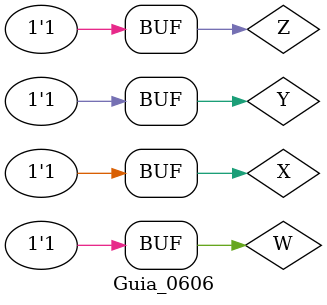
<source format=v>
/*
	806454 - Yago Almeida Melo 
	Guia_0606.v
*/

module expression(output s1, 
input X,
input Y, 
input W,
input Z);

    assign s1 = (~(~Y|W|~X) & ~(Y&~W&X)) | ~((Y&W&z)|~X);
endmodule

module simplified(output s2, 
input X,
input Y, 
input W,
input Z);

    assign s2 = X|Y & X|~Y & ~Y|~W|~Z;
endmodule

module Guia_0606;
// ------------------------- definir dados
	reg X, Y, W, Z;
	wire s1, s2;

    expression EX (s1, X,Y,W,Z);
    simplified SIM (s2,X,Y,W,Z);
	
// ------------------------- parte principal
initial
  begin : main
	$display("Guia_0606 - Yago Almeida Melo - 806454");
	$display("Test module");
    $display("   X    Y    W    Z    s1   s2");
// projetar testes do modulo
	$monitor("%4b %4b %4b %4b %4b %4b", X, Y, W, Z, s1, s2);
	X = 1'b0; Y = 1'b0; W = 1'b0; Z = 1'b0;
	#1
	X = 1'b0; Y = 1'b0; W = 1'b0; Z = 1'b1;
	#1
    X = 1'b0; Y = 1'b0; W = 1'b1; Z = 1'b0;
	#1
    X = 1'b0; Y = 1'b0; W = 1'b1; Z = 1'b1;
	#1
    X = 1'b0; Y = 1'b1; W = 1'b0; Z = 1'b0;
	#1
    X = 1'b0; Y = 1'b1; W = 1'b0; Z = 1'b1;
	#1
    X = 1'b0; Y = 1'b1; W = 1'b1; Z = 1'b0;
	#1
    X = 1'b0; Y = 1'b1; W = 1'b1; Z = 1'b1;
	#1
    X = 1'b1; Y = 1'b0; W = 1'b0; Z = 1'b0;
	#1
    X = 1'b1; Y = 1'b0; W = 1'b0; Z = 1'b1;
	#1
    X = 1'b1; Y = 1'b0; W = 1'b1; Z = 1'b0;
	#1
    X = 1'b1; Y = 1'b0; W = 1'b1; Z = 1'b1;
	#1
    X = 1'b1; Y = 1'b1; W = 1'b0; Z = 1'b0;
	#1
    X = 1'b1; Y = 1'b1; W = 1'b0; Z = 1'b1;
	#1
    X = 1'b1; Y = 1'b1; W = 1'b1; Z = 1'b0;
    #1
    X = 1'b1; Y = 1'b1; W = 1'b1; Z = 1'b1;
	
  end
endmodule // test_Guia_0606

</source>
